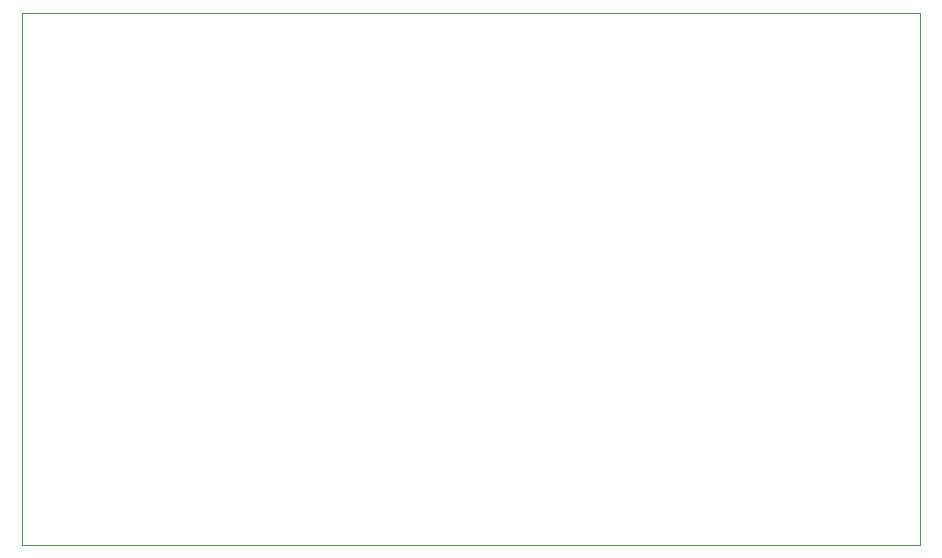
<source format=gko>
G75*
%MOIN*%
%OFA0B0*%
%FSLAX25Y25*%
%IPPOS*%
%LPD*%
%AMOC8*
5,1,8,0,0,1.08239X$1,22.5*
%
%ADD10C,0.00000*%
D10*
X0017248Y0005437D02*
X0017248Y0182602D01*
X0316461Y0182602D01*
X0316461Y0005437D01*
X0017248Y0005437D01*
M02*

</source>
